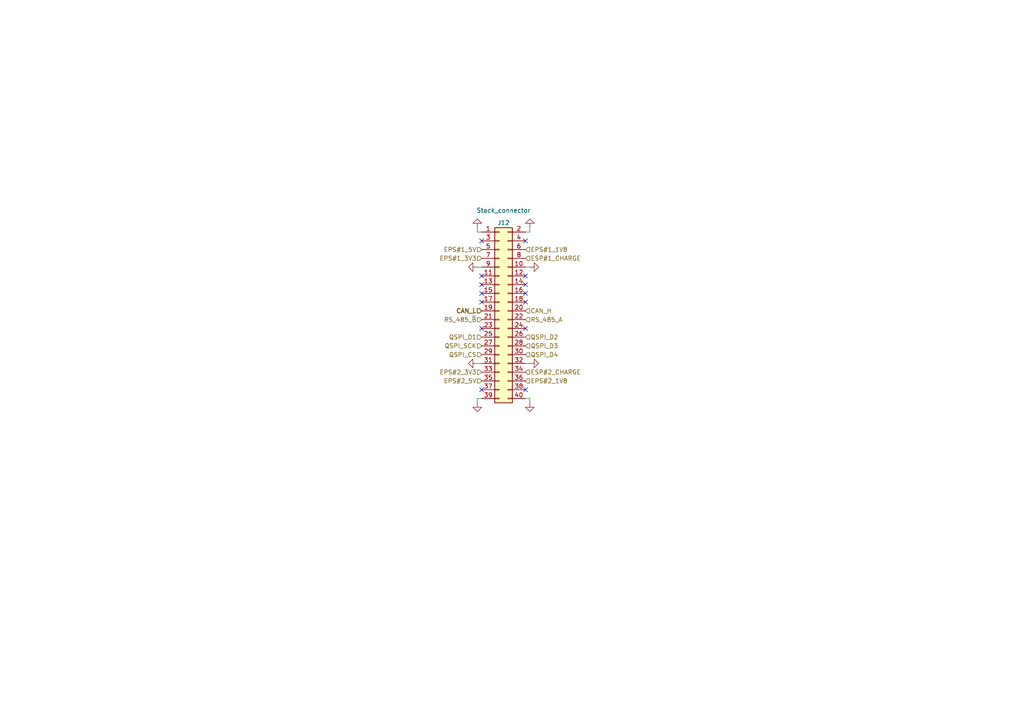
<source format=kicad_sch>
(kicad_sch (version 20210621) (generator eeschema)
  (paper "A4")
  (title_block (title "BUTCube - EPS") (date "2021-06-01") (rev "v1.0") (company "VUT - FIT(STRaDe) & FME(IAE & IPE)") (comment 1 "Author: Petr Malaník"))
  (lib_symbols
    (symbol "Connector_Generic:Conn_02x20_Odd_Even" (pin_names (offset 1.016) hide)
      (property "Reference" "J" (at 1.27 25.4 0))
      (property "Value" "Conn_02x20_Odd_Even" (at 1.27 -27.94 0))
      (symbol "Conn_02x20_Odd_Even_1_1"
        (rectangle (start -1.27 -25.273) (end 0 -25.527) (stroke (width 0.1524)))
        (rectangle (start -1.27 -22.733) (end 0 -22.987) (stroke (width 0.1524)))
        (rectangle (start -1.27 -20.193) (end 0 -20.447) (stroke (width 0.1524)))
        (rectangle (start -1.27 -17.653) (end 0 -17.907) (stroke (width 0.1524)))
        (rectangle (start -1.27 -15.113) (end 0 -15.367) (stroke (width 0.1524)))
        (rectangle (start -1.27 -12.573) (end 0 -12.827) (stroke (width 0.1524)))
        (rectangle (start -1.27 -10.033) (end 0 -10.287) (stroke (width 0.1524)))
        (rectangle (start -1.27 -7.493) (end 0 -7.747) (stroke (width 0.1524)))
        (rectangle (start -1.27 -4.953) (end 0 -5.207) (stroke (width 0.1524)))
        (rectangle (start -1.27 -2.413) (end 0 -2.667) (stroke (width 0.1524)))
        (rectangle (start -1.27 0.127) (end 0 -0.127) (stroke (width 0.1524)))
        (rectangle (start -1.27 2.667) (end 0 2.413) (stroke (width 0.1524)))
        (rectangle (start -1.27 5.207) (end 0 4.953) (stroke (width 0.1524)))
        (rectangle (start -1.27 7.747) (end 0 7.493) (stroke (width 0.1524)))
        (rectangle (start -1.27 10.287) (end 0 10.033) (stroke (width 0.1524)))
        (rectangle (start -1.27 12.827) (end 0 12.573) (stroke (width 0.1524)))
        (rectangle (start -1.27 15.367) (end 0 15.113) (stroke (width 0.1524)))
        (rectangle (start -1.27 17.907) (end 0 17.653) (stroke (width 0.1524)))
        (rectangle (start -1.27 20.447) (end 0 20.193) (stroke (width 0.1524)))
        (rectangle (start -1.27 22.987) (end 0 22.733) (stroke (width 0.1524)))
        (rectangle (start 3.81 -25.273) (end 2.54 -25.527) (stroke (width 0.1524)))
        (rectangle (start 3.81 -22.733) (end 2.54 -22.987) (stroke (width 0.1524)))
        (rectangle (start 3.81 -20.193) (end 2.54 -20.447) (stroke (width 0.1524)))
        (rectangle (start 3.81 -17.653) (end 2.54 -17.907) (stroke (width 0.1524)))
        (rectangle (start 3.81 -15.113) (end 2.54 -15.367) (stroke (width 0.1524)))
        (rectangle (start 3.81 -12.573) (end 2.54 -12.827) (stroke (width 0.1524)))
        (rectangle (start 3.81 -10.033) (end 2.54 -10.287) (stroke (width 0.1524)))
        (rectangle (start 3.81 -7.493) (end 2.54 -7.747) (stroke (width 0.1524)))
        (rectangle (start 3.81 -4.953) (end 2.54 -5.207) (stroke (width 0.1524)))
        (rectangle (start 3.81 -2.413) (end 2.54 -2.667) (stroke (width 0.1524)))
        (rectangle (start 3.81 0.127) (end 2.54 -0.127) (stroke (width 0.1524)))
        (rectangle (start 3.81 2.667) (end 2.54 2.413) (stroke (width 0.1524)))
        (rectangle (start 3.81 5.207) (end 2.54 4.953) (stroke (width 0.1524)))
        (rectangle (start 3.81 7.747) (end 2.54 7.493) (stroke (width 0.1524)))
        (rectangle (start 3.81 10.287) (end 2.54 10.033) (stroke (width 0.1524)))
        (rectangle (start 3.81 12.827) (end 2.54 12.573) (stroke (width 0.1524)))
        (rectangle (start 3.81 15.367) (end 2.54 15.113) (stroke (width 0.1524)))
        (rectangle (start 3.81 17.907) (end 2.54 17.653) (stroke (width 0.1524)))
        (rectangle (start 3.81 20.447) (end 2.54 20.193) (stroke (width 0.1524)))
        (rectangle (start 3.81 22.987) (end 2.54 22.733) (stroke (width 0.1524)))
        (rectangle (start -1.27 24.13) (end 3.81 -26.67) (stroke (width 0.254)) (fill (type background)))
        (pin passive line (at -5.08 22.86 0) (length 3.81) (name "Pin_1") (number "1"))
        (pin passive line (at 7.62 12.7 180) (length 3.81) (name "Pin_10") (number "10"))
        (pin passive line (at -5.08 10.16 0) (length 3.81) (name "Pin_11") (number "11"))
        (pin passive line (at 7.62 10.16 180) (length 3.81) (name "Pin_12") (number "12"))
        (pin passive line (at -5.08 7.62 0) (length 3.81) (name "Pin_13") (number "13"))
        (pin passive line (at 7.62 7.62 180) (length 3.81) (name "Pin_14") (number "14"))
        (pin passive line (at -5.08 5.08 0) (length 3.81) (name "Pin_15") (number "15"))
        (pin passive line (at 7.62 5.08 180) (length 3.81) (name "Pin_16") (number "16"))
        (pin passive line (at -5.08 2.54 0) (length 3.81) (name "Pin_17") (number "17"))
        (pin passive line (at 7.62 2.54 180) (length 3.81) (name "Pin_18") (number "18"))
        (pin passive line (at -5.08 0 0) (length 3.81) (name "Pin_19") (number "19"))
        (pin passive line (at 7.62 22.86 180) (length 3.81) (name "Pin_2") (number "2"))
        (pin passive line (at 7.62 0 180) (length 3.81) (name "Pin_20") (number "20"))
        (pin passive line (at -5.08 -2.54 0) (length 3.81) (name "Pin_21") (number "21"))
        (pin passive line (at 7.62 -2.54 180) (length 3.81) (name "Pin_22") (number "22"))
        (pin passive line (at -5.08 -5.08 0) (length 3.81) (name "Pin_23") (number "23"))
        (pin passive line (at 7.62 -5.08 180) (length 3.81) (name "Pin_24") (number "24"))
        (pin passive line (at -5.08 -7.62 0) (length 3.81) (name "Pin_25") (number "25"))
        (pin passive line (at 7.62 -7.62 180) (length 3.81) (name "Pin_26") (number "26"))
        (pin passive line (at -5.08 -10.16 0) (length 3.81) (name "Pin_27") (number "27"))
        (pin passive line (at 7.62 -10.16 180) (length 3.81) (name "Pin_28") (number "28"))
        (pin passive line (at -5.08 -12.7 0) (length 3.81) (name "Pin_29") (number "29"))
        (pin passive line (at -5.08 20.32 0) (length 3.81) (name "Pin_3") (number "3"))
        (pin passive line (at 7.62 -12.7 180) (length 3.81) (name "Pin_30") (number "30"))
        (pin passive line (at -5.08 -15.24 0) (length 3.81) (name "Pin_31") (number "31"))
        (pin passive line (at 7.62 -15.24 180) (length 3.81) (name "Pin_32") (number "32"))
        (pin passive line (at -5.08 -17.78 0) (length 3.81) (name "Pin_33") (number "33"))
        (pin passive line (at 7.62 -17.78 180) (length 3.81) (name "Pin_34") (number "34"))
        (pin passive line (at -5.08 -20.32 0) (length 3.81) (name "Pin_35") (number "35"))
        (pin passive line (at 7.62 -20.32 180) (length 3.81) (name "Pin_36") (number "36"))
        (pin passive line (at -5.08 -22.86 0) (length 3.81) (name "Pin_37") (number "37"))
        (pin passive line (at 7.62 -22.86 180) (length 3.81) (name "Pin_38") (number "38"))
        (pin passive line (at -5.08 -25.4 0) (length 3.81) (name "Pin_39") (number "39"))
        (pin passive line (at 7.62 20.32 180) (length 3.81) (name "Pin_4") (number "4"))
        (pin passive line (at 7.62 -25.4 180) (length 3.81) (name "Pin_40") (number "40"))
        (pin passive line (at -5.08 17.78 0) (length 3.81) (name "Pin_5") (number "5"))
        (pin passive line (at 7.62 17.78 180) (length 3.81) (name "Pin_6") (number "6"))
        (pin passive line (at -5.08 15.24 0) (length 3.81) (name "Pin_7") (number "7"))
        (pin passive line (at 7.62 15.24 180) (length 3.81) (name "Pin_8") (number "8"))
        (pin passive line (at -5.08 12.7 0) (length 3.81) (name "Pin_9") (number "9"))
      )
    )
    (symbol "power:GND" (power) (pin_names (offset 0))
      (property "Value" "GND" (at 0 -3.81 0))
      (symbol "GND_0_1"
        (polyline (pts (xy 0 0) (xy 0 -1.27) (xy 1.27 -1.27) (xy 0 -2.54) (xy -1.27 -1.27) (xy 0 -1.27)))
      )
      (symbol "GND_1_1"
        (pin power_in line (at 0 0 270) (length 0) hide (name "GND") (number "1"))
      )
    )
  )
  (no_connect (at 139.7 69.85))
  (no_connect (at 139.7 80.01))
  (no_connect (at 139.7 82.55))
  (no_connect (at 139.7 85.09))
  (no_connect (at 139.7 87.63))
  (no_connect (at 139.7 95.25))
  (no_connect (at 139.7 113.03))
  (no_connect (at 152.4 69.85))
  (no_connect (at 152.4 80.01))
  (no_connect (at 152.4 82.55))
  (no_connect (at 152.4 85.09))
  (no_connect (at 152.4 87.63))
  (no_connect (at 152.4 95.25))
  (no_connect (at 152.4 113.03))
  (wire (pts (xy 138.43 66.04) (xy 138.43 67.31)))
  (wire (pts (xy 138.43 67.31) (xy 139.7 67.31)))
  (wire (pts (xy 138.43 115.57) (xy 139.7 115.57)))
  (wire (pts (xy 138.43 116.84) (xy 138.43 115.57)))
  (wire (pts (xy 139.7 77.47) (xy 138.43 77.47)))
  (wire (pts (xy 139.7 105.41) (xy 138.43 105.41)))
  (wire (pts (xy 152.4 67.31) (xy 153.67 67.31)))
  (wire (pts (xy 152.4 77.47) (xy 153.67 77.47)))
  (wire (pts (xy 152.4 105.41) (xy 153.67 105.41)))
  (wire (pts (xy 152.4 115.57) (xy 153.67 115.57)))
  (wire (pts (xy 153.67 67.31) (xy 153.67 66.04)))
  (wire (pts (xy 153.67 115.57) (xy 153.67 116.84)))
  (hierarchical_label "EPS#1_5V" (shape input) (at 139.7 72.39 180))
  (hierarchical_label "EPS#1_3V3" (shape input) (at 139.7 74.93 180))
  (hierarchical_label "CAN_L" (shape input) (at 139.7 90.17 180) (effects (font (thickness 0.254))))
  (hierarchical_label "RS_485_~{B}" (shape input) (at 139.7 92.71 180))
  (hierarchical_label "QSPI_D1" (shape input) (at 139.7 97.79 180))
  (hierarchical_label "QSPI_SCK" (shape input) (at 139.7 100.33 180))
  (hierarchical_label "QSPI_CS" (shape input) (at 139.7 102.87 180))
  (hierarchical_label "EPS#2_3V3" (shape input) (at 139.7 107.95 180))
  (hierarchical_label "EPS#2_5V" (shape input) (at 139.7 110.49 180))
  (hierarchical_label "EPS#1_1V8" (shape input) (at 152.4 72.39 0))
  (hierarchical_label "ESP#1_CHARGE" (shape input) (at 152.4 74.93 0))
  (hierarchical_label "CAN_H" (shape input) (at 152.4 90.17 0))
  (hierarchical_label "RS_485_A" (shape input) (at 152.4 92.71 0))
  (hierarchical_label "QSPI_D2" (shape input) (at 152.4 97.79 0))
  (hierarchical_label "QSPI_D3" (shape input) (at 152.4 100.33 0))
  (hierarchical_label "QSPI_D4" (shape input) (at 152.4 102.87 0))
  (hierarchical_label "ESP#2_CHARGE" (shape input) (at 152.4 107.95 0))
  (hierarchical_label "EPS#2_1V8" (shape input) (at 152.4 110.49 0))
  (symbol (lib_id "power:GND") (at 138.43 66.04 180) (unit 1)
    (property "Reference" "#PWR096" (effects hide))
    (property "Value" "GND" (effects hide))
  )
  (symbol (lib_id "power:GND") (at 138.43 77.47 270) (unit 1)
    (property "Reference" "#PWR097" (effects hide))
    (property "Value" "GND" (effects hide))
  )
  (symbol (lib_id "power:GND") (at 138.43 105.41 270) (unit 1)
    (property "Reference" "#PWR098" (effects hide))
    (property "Value" "GND" (effects hide))
  )
  (symbol (lib_id "power:GND") (at 138.43 116.84 0) (unit 1)
    (property "Reference" "#PWR099" (effects hide))
    (property "Value" "GND" (effects hide))
  )
  (symbol (lib_id "power:GND") (at 153.67 66.04 180) (unit 1)
    (property "Reference" "#PWR0100" (effects hide))
    (property "Value" "GND" (effects hide))
  )
  (symbol (lib_id "power:GND") (at 153.67 77.47 90) (unit 1)
    (property "Reference" "#PWR0101" (effects hide))
    (property "Value" "GND" (effects hide))
  )
  (symbol (lib_id "power:GND") (at 153.67 105.41 90) (unit 1)
    (property "Reference" "#PWR0102" (effects hide))
    (property "Value" "GND" (effects hide))
  )
  (symbol (lib_id "power:GND") (at 153.67 116.84 0) (unit 1)
    (property "Reference" "#PWR0103" (effects hide))
    (property "Value" "GND" (effects hide))
  )
  (symbol (lib_id "Connector_Generic:Conn_02x20_Odd_Even") (at 144.78 90.17 0) (unit 1)
    (property "Reference" "J12" (at 146.05 64.6134 0))
    (property "Value" "Stack_connector" (at 146.05 61.0385 0))
    (property "Footprint" "Connector_PinSocket_2.54mm:PinSocket_2x20_P2.54mm_Vertical" (effects hide))
  )
)
</source>
